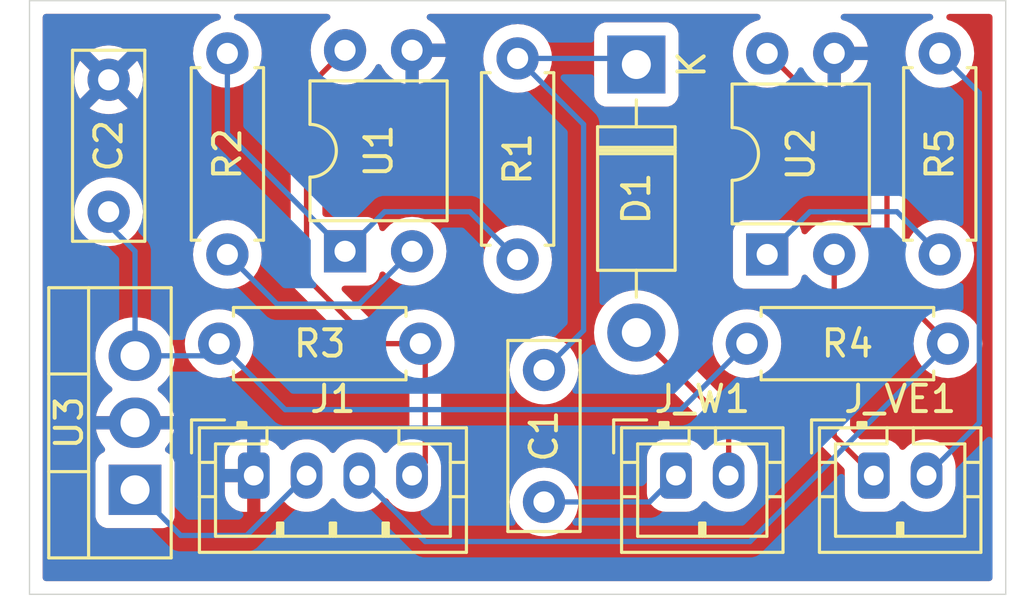
<source format=kicad_pcb>
(kicad_pcb (version 20240108) (generator "pcbnew") (generator_version "8.0")
  (layers (0 "F.Cu" signal) (31 "B.Cu" signal) (34 "B.Paste" user) (35 "F.Paste" user) (36 "B.SilkS" user "B.Silkscreen") (37 "F.SilkS" user "F.Silkscreen") (38 "B.Mask" user) (39 "F.Mask" user) (44 "Edge.Cuts" user))
  (net 0 "")
  (net 1 "Net-(D1-K)")
  (net 2 "Net-(J_W1-Pin_1)")
  (net 3 "Net-(D1-A)")
  (net 4 "GND")
  (net 5 "Net-(J1-Pin_3)")
  (net 6 "+3.3V")
  (net 7 "Net-(J1-Pin_4)")
  (net 8 "Net-(J_VE1-Pin_1)")
  (net 9 "Net-(J_VE1-Pin_2)")
  (net 10 "Net-(R1-Pad1)")
  (net 11 "Net-(R2-Pad2)")
  (net 12 "Net-(R5-Pad1)")
  (net 13 "Net-(J1-Pin_2)")
  (footprint "Connector_JST:JST_PH_B2B-PH-K_1x02_P2.00mm_Vertical" (layer "F.Cu") (at 69 65)
    (property "Reference" "J_W1" (at 1 -2.9 0) (layer "F.SilkS"))
    (property "Value" "Engine RPM")
    (fp_line (start -2.36 -2.11) (end -2.36 -0.86) (stroke (width 0.12)) (layer "F.SilkS"))
    (fp_line (start -2.06 -1.81) (end -2.06 2.91) (stroke (width 0.12)) (layer "F.SilkS"))
    (fp_line (start -2.06 -0.5) (end -1.45 -0.5) (stroke (width 0.12)) (layer "F.SilkS"))
    (fp_line (start -2.06 0.8) (end -1.45 0.8) (stroke (width 0.12)) (layer "F.SilkS"))
    (fp_line (start -2.06 2.91) (end 4.06 2.91) (stroke (width 0.12)) (layer "F.SilkS"))
    (fp_line (start -1.45 -1.2) (end -1.45 2.3) (stroke (width 0.12)) (layer "F.SilkS"))
    (fp_line (start -1.45 2.3) (end 3.45 2.3) (stroke (width 0.12)) (layer "F.SilkS"))
    (fp_line (start -1.11 -2.11) (end -2.36 -2.11) (stroke (width 0.12)) (layer "F.SilkS"))
    (fp_line (start -0.6 -2.01) (end -0.6 -1.81) (stroke (width 0.12)) (layer "F.SilkS"))
    (fp_line (start -0.3 -2.01) (end -0.6 -2.01) (stroke (width 0.12)) (layer "F.SilkS"))
    (fp_line (start -0.3 -1.91) (end -0.6 -1.91) (stroke (width 0.12)) (layer "F.SilkS"))
    (fp_line (start -0.3 -1.81) (end -0.3 -2.01) (stroke (width 0.12)) (layer "F.SilkS"))
    (fp_line (start 0.5 -1.81) (end 0.5 -1.2) (stroke (width 0.12)) (layer "F.SilkS"))
    (fp_line (start 0.5 -1.2) (end -1.45 -1.2) (stroke (width 0.12)) (layer "F.SilkS"))
    (fp_line (start 0.9 1.8) (end 1.1 1.8) (stroke (width 0.12)) (layer "F.SilkS"))
    (fp_line (start 0.9 2.3) (end 0.9 1.8) (stroke (width 0.12)) (layer "F.SilkS"))
    (fp_line (start 1 2.3) (end 1 1.8) (stroke (width 0.12)) (layer "F.SilkS"))
    (fp_line (start 1.1 1.8) (end 1.1 2.3) (stroke (width 0.12)) (layer "F.SilkS"))
    (fp_line (start 1.5 -1.2) (end 1.5 -1.81) (stroke (width 0.12)) (layer "F.SilkS"))
    (fp_line (start 3.45 -1.2) (end 1.5 -1.2) (stroke (width 0.12)) (layer "F.SilkS"))
    (fp_line (start 3.45 2.3) (end 3.45 -1.2) (stroke (width 0.12)) (layer "F.SilkS"))
    (fp_line (start 4.06 -1.81) (end -2.06 -1.81) (stroke (width 0.12)) (layer "F.SilkS"))
    (fp_line (start 4.06 -0.5) (end 3.45 -0.5) (stroke (width 0.12)) (layer "F.SilkS"))
    (fp_line (start 4.06 0.8) (end 3.45 0.8) (stroke (width 0.12)) (layer "F.SilkS"))
    (fp_line (start 4.06 2.91) (end 4.06 -1.81) (stroke (width 0.12)) (layer "F.SilkS"))
    (pad "1" thru_hole roundrect (at 0 0) (size 1.2 1.75) (drill 0.75) (layers "*.Cu" "*.Mask") (roundrect_rratio 0.208333) (net 2 "Net-(J_W1-Pin_1)"))
    (pad "2" thru_hole oval (at 2 0) (size 1.2 1.75) (drill 0.75) (layers "*.Cu" "*.Mask") (net 3 "Net-(D1-A)"))
  )
  (footprint "Capacitor_THT:C_Disc_D7.0mm_W2.5mm_P5.00mm" (layer "F.Cu") (at 47.5 55 90)
    (property "Reference" "C2" (at 2.5 0 90) (layer "F.SilkS"))
    (property "Value" "10 uF")
    (fp_line (start 6.12 -1.37) (end 6.12 1.37) (stroke (width 0.12)) (layer "F.SilkS"))
    (fp_line (start -1.12 -1.37) (end 6.12 -1.37) (stroke (width 0.12)) (layer "F.SilkS"))
    (fp_line (start -1.12 -1.37) (end -1.12 1.37) (stroke (width 0.12)) (layer "F.SilkS"))
    (fp_line (start -1.12 1.37) (end 6.12 1.37) (stroke (width 0.12)) (layer "F.SilkS"))
    (pad "1" thru_hole circle (at 0 0 90) (size 1.6 1.6) (drill 0.8) (layers "*.Cu" "*.Mask") (net 6 "+3.3V"))
    (pad "2" thru_hole circle (at 5 0 90) (size 1.6 1.6) (drill 0.8) (layers "*.Cu" "*.Mask") (net 4 "GND"))
  )
  (footprint "Resistor_THT:R_Axial_DIN0207_L6.3mm_D2.5mm_P7.62mm_Horizontal" (layer "F.Cu") (at 63 56.81 90)
    (property "Reference" "R1" (at 3.81 0 90) (layer "F.SilkS"))
    (property "Value" "10K")
    (fp_line (start 7.08 -1.37) (end 7.08 -1.04) (stroke (width 0.12)) (layer "F.SilkS"))
    (fp_line (start 0.54 -1.37) (end 7.08 -1.37) (stroke (width 0.12)) (layer "F.SilkS"))
    (fp_line (start 0.54 -1.04) (end 0.54 -1.37) (stroke (width 0.12)) (layer "F.SilkS"))
    (fp_line (start 0.54 1.04) (end 0.54 1.37) (stroke (width 0.12)) (layer "F.SilkS"))
    (fp_line (start 7.08 1.37) (end 7.08 1.04) (stroke (width 0.12)) (layer "F.SilkS"))
    (fp_line (start 0.54 1.37) (end 7.08 1.37) (stroke (width 0.12)) (layer "F.SilkS"))
    (pad "1" thru_hole circle (at 0 0 90) (size 1.6 1.6) (drill 0.8) (layers "*.Cu" "*.Mask") (net 10 "Net-(R1-Pad1)"))
    (pad "2" thru_hole oval (at 7.62 0 90) (size 1.6 1.6) (drill 0.8) (layers "*.Cu" "*.Mask") (net 1 "Net-(D1-K)"))
  )
  (footprint "Connector_JST:JST_PH_B4B-PH-K_1x04_P2.00mm_Vertical" (layer "F.Cu") (at 53 65)
    (property "Reference" "J1" (at 3 -2.9 0) (layer "F.SilkS"))
    (property "Value" "Conn_01x04")
    (fp_line (start -2.36 -2.11) (end -2.36 -0.86) (stroke (width 0.12)) (layer "F.SilkS"))
    (fp_line (start -2.06 -1.81) (end -2.06 2.91) (stroke (width 0.12)) (layer "F.SilkS"))
    (fp_line (start -2.06 -0.5) (end -1.45 -0.5) (stroke (width 0.12)) (layer "F.SilkS"))
    (fp_line (start -2.06 0.8) (end -1.45 0.8) (stroke (width 0.12)) (layer "F.SilkS"))
    (fp_line (start -2.06 2.91) (end 8.06 2.91) (stroke (width 0.12)) (layer "F.SilkS"))
    (fp_line (start -1.45 -1.2) (end -1.45 2.3) (stroke (width 0.12)) (layer "F.SilkS"))
    (fp_line (start -1.45 2.3) (end 7.45 2.3) (stroke (width 0.12)) (layer "F.SilkS"))
    (fp_line (start -1.11 -2.11) (end -2.36 -2.11) (stroke (width 0.12)) (layer "F.SilkS"))
    (fp_line (start -0.6 -2.01) (end -0.6 -1.81) (stroke (width 0.12)) (layer "F.SilkS"))
    (fp_line (start -0.3 -2.01) (end -0.6 -2.01) (stroke (width 0.12)) (layer "F.SilkS"))
    (fp_line (start -0.3 -1.91) (end -0.6 -1.91) (stroke (width 0.12)) (layer "F.SilkS"))
    (fp_line (start -0.3 -1.81) (end -0.3 -2.01) (stroke (width 0.12)) (layer "F.SilkS"))
    (fp_line (start 0.5 -1.81) (end 0.5 -1.2) (stroke (width 0.12)) (layer "F.SilkS"))
    (fp_line (start 0.5 -1.2) (end -1.45 -1.2) (stroke (width 0.12)) (layer "F.SilkS"))
    (fp_line (start 0.9 1.8) (end 1.1 1.8) (stroke (width 0.12)) (layer "F.SilkS"))
    (fp_line (start 0.9 2.3) (end 0.9 1.8) (stroke (width 0.12)) (layer "F.SilkS"))
    (fp_line (start 1 2.3) (end 1 1.8) (stroke (width 0.12)) (layer "F.SilkS"))
    (fp_line (start 1.1 1.8) (end 1.1 2.3) (stroke (width 0.12)) (layer "F.SilkS"))
    (fp_line (start 2.9 1.8) (end 3.1 1.8) (stroke (width 0.12)) (layer "F.SilkS"))
    (fp_line (start 2.9 2.3) (end 2.9 1.8) (stroke (width 0.12)) (layer "F.SilkS"))
    (fp_line (start 3 2.3) (end 3 1.8) (stroke (width 0.12)) (layer "F.SilkS"))
    (fp_line (start 3.1 1.8) (end 3.1 2.3) (stroke (width 0.12)) (layer "F.SilkS"))
    (fp_line (start 4.9 1.8) (end 5.1 1.8) (stroke (width 0.12)) (layer "F.SilkS"))
    (fp_line (start 4.9 2.3) (end 4.9 1.8) (stroke (width 0.12)) (layer "F.SilkS"))
    (fp_line (start 5 2.3) (end 5 1.8) (stroke (width 0.12)) (layer "F.SilkS"))
    (fp_line (start 5.1 1.8) (end 5.1 2.3) (stroke (width 0.12)) (layer "F.SilkS"))
    (fp_line (start 5.5 -1.2) (end 5.5 -1.81) (stroke (width 0.12)) (layer "F.SilkS"))
    (fp_line (start 7.45 -1.2) (end 5.5 -1.2) (stroke (width 0.12)) (layer "F.SilkS"))
    (fp_line (start 7.45 2.3) (end 7.45 -1.2) (stroke (width 0.12)) (layer "F.SilkS"))
    (fp_line (start 8.06 -1.81) (end -2.06 -1.81) (stroke (width 0.12)) (layer "F.SilkS"))
    (fp_line (start 8.06 -0.5) (end 7.45 -0.5) (stroke (width 0.12)) (layer "F.SilkS"))
    (fp_line (start 8.06 0.8) (end 7.45 0.8) (stroke (width 0.12)) (layer "F.SilkS"))
    (fp_line (start 8.06 2.91) (end 8.06 -1.81) (stroke (width 0.12)) (layer "F.SilkS"))
    (pad "1" thru_hole roundrect (at 0 0) (size 1.2 1.75) (drill 0.75) (layers "*.Cu" "*.Mask") (roundrect_rratio 0.208333) (net 4 "GND"))
    (pad "2" thru_hole oval (at 2 0) (size 1.2 1.75) (drill 0.75) (layers "*.Cu" "*.Mask") (net 13 "Net-(J1-Pin_2)"))
    (pad "3" thru_hole oval (at 4 0) (size 1.2 1.75) (drill 0.75) (layers "*.Cu" "*.Mask") (net 5 "Net-(J1-Pin_3)"))
    (pad "4" thru_hole oval (at 6 0) (size 1.2 1.75) (drill 0.75) (layers "*.Cu" "*.Mask") (net 7 "Net-(J1-Pin_4)"))
  )
  (footprint "Connector_JST:JST_PH_B2B-PH-K_1x02_P2.00mm_Vertical" (layer "F.Cu") (at 76.5 65)
    (property "Reference" "J_VE1" (at 1 -2.9 0) (layer "F.SilkS"))
    (property "Value" "VE.Direct")
    (fp_line (start -2.36 -2.11) (end -2.36 -0.86) (stroke (width 0.12)) (layer "F.SilkS"))
    (fp_line (start -2.06 -1.81) (end -2.06 2.91) (stroke (width 0.12)) (layer "F.SilkS"))
    (fp_line (start -2.06 -0.5) (end -1.45 -0.5) (stroke (width 0.12)) (layer "F.SilkS"))
    (fp_line (start -2.06 0.8) (end -1.45 0.8) (stroke (width 0.12)) (layer "F.SilkS"))
    (fp_line (start -2.06 2.91) (end 4.06 2.91) (stroke (width 0.12)) (layer "F.SilkS"))
    (fp_line (start -1.45 -1.2) (end -1.45 2.3) (stroke (width 0.12)) (layer "F.SilkS"))
    (fp_line (start -1.45 2.3) (end 3.45 2.3) (stroke (width 0.12)) (layer "F.SilkS"))
    (fp_line (start -1.11 -2.11) (end -2.36 -2.11) (stroke (width 0.12)) (layer "F.SilkS"))
    (fp_line (start -0.6 -2.01) (end -0.6 -1.81) (stroke (width 0.12)) (layer "F.SilkS"))
    (fp_line (start -0.3 -2.01) (end -0.6 -2.01) (stroke (width 0.12)) (layer "F.SilkS"))
    (fp_line (start -0.3 -1.91) (end -0.6 -1.91) (stroke (width 0.12)) (layer "F.SilkS"))
    (fp_line (start -0.3 -1.81) (end -0.3 -2.01) (stroke (width 0.12)) (layer "F.SilkS"))
    (fp_line (start 0.5 -1.81) (end 0.5 -1.2) (stroke (width 0.12)) (layer "F.SilkS"))
    (fp_line (start 0.5 -1.2) (end -1.45 -1.2) (stroke (width 0.12)) (layer "F.SilkS"))
    (fp_line (start 0.9 1.8) (end 1.1 1.8) (stroke (width 0.12)) (layer "F.SilkS"))
    (fp_line (start 0.9 2.3) (end 0.9 1.8) (stroke (width 0.12)) (layer "F.SilkS"))
    (fp_line (start 1 2.3) (end 1 1.8) (stroke (width 0.12)) (layer "F.SilkS"))
    (fp_line (start 1.1 1.8) (end 1.1 2.3) (stroke (width 0.12)) (layer "F.SilkS"))
    (fp_line (start 1.5 -1.2) (end 1.5 -1.81) (stroke (width 0.12)) (layer "F.SilkS"))
    (fp_line (start 3.45 -1.2) (end 1.5 -1.2) (stroke (width 0.12)) (layer "F.SilkS"))
    (fp_line (start 3.45 2.3) (end 3.45 -1.2) (stroke (width 0.12)) (layer "F.SilkS"))
    (fp_line (start 4.06 -1.81) (end -2.06 -1.81) (stroke (width 0.12)) (layer "F.SilkS"))
    (fp_line (start 4.06 -0.5) (end 3.45 -0.5) (stroke (width 0.12)) (layer "F.SilkS"))
    (fp_line (start 4.06 0.8) (end 3.45 0.8) (stroke (width 0.12)) (layer "F.SilkS"))
    (fp_line (start 4.06 2.91) (end 4.06 -1.81) (stroke (width 0.12)) (layer "F.SilkS"))
    (pad "1" thru_hole roundrect (at 0 0) (size 1.2 1.75) (drill 0.75) (layers "*.Cu" "*.Mask") (roundrect_rratio 0.208333) (net 8 "Net-(J_VE1-Pin_1)"))
    (pad "2" thru_hole oval (at 2 0) (size 1.2 1.75) (drill 0.75) (layers "*.Cu" "*.Mask") (net 9 "Net-(J_VE1-Pin_2)"))
  )
  (footprint "Resistor_THT:R_Axial_DIN0207_L6.3mm_D2.5mm_P7.62mm_Horizontal" (layer "F.Cu") (at 79 56.62 90)
    (property "Reference" "R5" (at 3.81 0 90) (layer "F.SilkS"))
    (property "Value" "180Ω")
    (fp_line (start 7.08 -1.37) (end 7.08 -1.04) (stroke (width 0.12)) (layer "F.SilkS"))
    (fp_line (start 0.54 -1.37) (end 7.08 -1.37) (stroke (width 0.12)) (layer "F.SilkS"))
    (fp_line (start 0.54 -1.04) (end 0.54 -1.37) (stroke (width 0.12)) (layer "F.SilkS"))
    (fp_line (start 0.54 1.04) (end 0.54 1.37) (stroke (width 0.12)) (layer "F.SilkS"))
    (fp_line (start 7.08 1.37) (end 7.08 1.04) (stroke (width 0.12)) (layer "F.SilkS"))
    (fp_line (start 0.54 1.37) (end 7.08 1.37) (stroke (width 0.12)) (layer "F.SilkS"))
    (pad "1" thru_hole circle (at 0 0 90) (size 1.6 1.6) (drill 0.8) (layers "*.Cu" "*.Mask") (net 12 "Net-(R5-Pad1)"))
    (pad "2" thru_hole oval (at 7.62 0 90) (size 1.6 1.6) (drill 0.8) (layers "*.Cu" "*.Mask") (net 9 "Net-(J_VE1-Pin_2)"))
  )
  (footprint "Capacitor_THT:C_Disc_D7.0mm_W2.5mm_P5.00mm" (layer "F.Cu") (at 64 66 90)
    (property "Reference" "C1" (at 2.5 0 90) (layer "F.SilkS"))
    (property "Value" "10 nF")
    (fp_line (start 6.12 -1.37) (end 6.12 1.37) (stroke (width 0.12)) (layer "F.SilkS"))
    (fp_line (start -1.12 -1.37) (end 6.12 -1.37) (stroke (width 0.12)) (layer "F.SilkS"))
    (fp_line (start -1.12 -1.37) (end -1.12 1.37) (stroke (width 0.12)) (layer "F.SilkS"))
    (fp_line (start -1.12 1.37) (end 6.12 1.37) (stroke (width 0.12)) (layer "F.SilkS"))
    (pad "1" thru_hole circle (at 0 0 90) (size 1.6 1.6) (drill 0.8) (layers "*.Cu" "*.Mask") (net 2 "Net-(J_W1-Pin_1)"))
    (pad "2" thru_hole circle (at 5 0 90) (size 1.6 1.6) (drill 0.8) (layers "*.Cu" "*.Mask") (net 1 "Net-(D1-K)"))
  )
  (footprint "Resistor_THT:R_Axial_DIN0207_L6.3mm_D2.5mm_P7.62mm_Horizontal" (layer "F.Cu") (at 51.69 60)
    (property "Reference" "R3" (at 3.81 0 0) (layer "F.SilkS"))
    (property "Value" "2.2K")
    (fp_line (start 0.54 -1.37) (end 7.08 -1.37) (stroke (width 0.12)) (layer "F.SilkS"))
    (fp_line (start 0.54 -1.04) (end 0.54 -1.37) (stroke (width 0.12)) (layer "F.SilkS"))
    (fp_line (start 0.54 1.04) (end 0.54 1.37) (stroke (width 0.12)) (layer "F.SilkS"))
    (fp_line (start 0.54 1.37) (end 7.08 1.37) (stroke (width 0.12)) (layer "F.SilkS"))
    (fp_line (start 7.08 -1.37) (end 7.08 -1.04) (stroke (width 0.12)) (layer "F.SilkS"))
    (fp_line (start 7.08 1.37) (end 7.08 1.04) (stroke (width 0.12)) (layer "F.SilkS"))
    (pad "1" thru_hole circle (at 0 0) (size 1.6 1.6) (drill 0.8) (layers "*.Cu" "*.Mask") (net 6 "+3.3V"))
    (pad "2" thru_hole oval (at 7.62 0) (size 1.6 1.6) (drill 0.8) (layers "*.Cu" "*.Mask") (net 7 "Net-(J1-Pin_4)"))
  )
  (footprint "Resistor_THT:R_Axial_DIN0207_L6.3mm_D2.5mm_P7.62mm_Horizontal" (layer "F.Cu") (at 71.69 60)
    (property "Reference" "R4" (at 3.81 0 360) (layer "F.SilkS"))
    (property "Value" "2.2KΩ")
    (fp_line (start 0.54 -1.37) (end 7.08 -1.37) (stroke (width 0.12)) (layer "F.SilkS"))
    (fp_line (start 0.54 -1.04) (end 0.54 -1.37) (stroke (width 0.12)) (layer "F.SilkS"))
    (fp_line (start 0.54 1.04) (end 0.54 1.37) (stroke (width 0.12)) (layer "F.SilkS"))
    (fp_line (start 0.54 1.37) (end 7.08 1.37) (stroke (width 0.12)) (layer "F.SilkS"))
    (fp_line (start 7.08 -1.37) (end 7.08 -1.04) (stroke (width 0.12)) (layer "F.SilkS"))
    (fp_line (start 7.08 1.37) (end 7.08 1.04) (stroke (width 0.12)) (layer "F.SilkS"))
    (pad "1" thru_hole circle (at 0 0) (size 1.6 1.6) (drill 0.8) (layers "*.Cu" "*.Mask") (net 6 "+3.3V"))
    (pad "2" thru_hole oval (at 7.62 0) (size 1.6 1.6) (drill 0.8) (layers "*.Cu" "*.Mask") (net 5 "Net-(J1-Pin_3)"))
  )
  (footprint "Diode_THT:D_DO-41_SOD81_P10.16mm_Horizontal" (layer "F.Cu") (at 67.5 49.42 -90)
    (property "Reference" "D1" (at 5.08 0 90) (layer "F.SilkS"))
    (property "Value" "1N4001")
    (fp_line (start 2.36 1.47) (end 7.8 1.47) (stroke (width 0.12)) (layer "F.SilkS"))
    (fp_line (start 7.8 1.47) (end 7.8 -1.47) (stroke (width 0.12)) (layer "F.SilkS"))
    (fp_line (start 1.34 0) (end 2.36 0) (stroke (width 0.12)) (layer "F.SilkS"))
    (fp_line (start 8.82 0) (end 7.8 0) (stroke (width 0.12)) (layer "F.SilkS"))
    (fp_line (start 2.36 -1.47) (end 2.36 1.47) (stroke (width 0.12)) (layer "F.SilkS"))
    (fp_line (start 3.14 -1.47) (end 3.14 1.47) (stroke (width 0.12)) (layer "F.SilkS"))
    (fp_line (start 3.26 -1.47) (end 3.26 1.47) (stroke (width 0.12)) (layer "F.SilkS"))
    (fp_line (start 3.38 -1.47) (end 3.38 1.47) (stroke (width 0.12)) (layer "F.SilkS"))
    (fp_line (start 7.8 -1.47) (end 2.36 -1.47) (stroke (width 0.12)) (layer "F.SilkS"))
    (fp_text user "K" (at 0 -2.1 90) (layer "F.SilkS"))
    (pad "1" thru_hole rect (at 0 0 270) (size 2.2 2.2) (drill 1.1) (layers "*.Cu" "*.Mask") (net 1 "Net-(D1-K)"))
    (pad "2" thru_hole oval (at 10.16 0 270) (size 2.2 2.2) (drill 1.1) (layers "*.Cu" "*.Mask") (net 3 "Net-(D1-A)"))
  )
  (footprint "Resistor_THT:R_Axial_DIN0207_L6.3mm_D2.5mm_P7.62mm_Horizontal" (layer "F.Cu") (at 52 49 -90)
    (property "Reference" "R2" (at 3.81 0 90) (layer "F.SilkS"))
    (property "Value" "4.7K")
    (fp_line (start 0.54 1.37) (end 7.08 1.37) (stroke (width 0.12)) (layer "F.SilkS"))
    (fp_line (start 7.08 1.37) (end 7.08 1.04) (stroke (width 0.12)) (layer "F.SilkS"))
    (fp_line (start 0.54 1.04) (end 0.54 1.37) (stroke (width 0.12)) (layer "F.SilkS"))
    (fp_line (start 0.54 -1.04) (end 0.54 -1.37) (stroke (width 0.12)) (layer "F.SilkS"))
    (fp_line (start 0.54 -1.37) (end 7.08 -1.37) (stroke (width 0.12)) (layer "F.SilkS"))
    (fp_line (start 7.08 -1.37) (end 7.08 -1.04) (stroke (width 0.12)) (layer "F.SilkS"))
    (pad "1" thru_hole circle (at 0 0 270) (size 1.6 1.6) (drill 0.8) (layers "*.Cu" "*.Mask") (net 10 "Net-(R1-Pad1)"))
    (pad "2" thru_hole oval (at 7.62 0 270) (size 1.6 1.6) (drill 0.8) (layers "*.Cu" "*.Mask") (net 11 "Net-(R2-Pad2)"))
  )
  (footprint "Package_DIP:DIP-4_W7.62mm" (layer "F.Cu") (at 56.46 56.5 90)
    (property "Reference" "U1" (at 3.8 1.275 90) (layer "F.SilkS"))
    (property "Value" "PC817")
    (fp_line (start 6.46 -1.33) (end 4.81 -1.33) (stroke (width 0.12)) (layer "F.SilkS"))
    (fp_line (start 2.81 -1.33) (end 1.16 -1.33) (stroke (width 0.12)) (layer "F.SilkS"))
    (fp_line (start 1.16 -1.33) (end 1.16 3.87) (stroke (width 0.12)) (layer "F.SilkS"))
    (fp_line (start 6.46 3.87) (end 6.46 -1.33) (stroke (width 0.12)) (layer "F.SilkS"))
    (fp_line (start 1.16 3.87) (end 6.46 3.87) (stroke (width 0.12)) (layer "F.SilkS"))
    (fp_arc (start 4.81 -1.33) (mid 3.81 -0.33) (end 2.81 -1.33) (stroke (width 0.12)) (layer "F.SilkS"))
    (pad "1" thru_hole rect (at 0 0 90) (size 1.6 1.6) (drill 0.8) (layers "*.Cu" "*.Mask") (net 10 "Net-(R1-Pad1)"))
    (pad "2" thru_hole oval (at 0 2.54 90) (size 1.6 1.6) (drill 0.8) (layers "*.Cu" "*.Mask") (net 11 "Net-(R2-Pad2)"))
    (pad "3" thru_hole oval (at 7.62 2.54 90) (size 1.6 1.6) (drill 0.8) (layers "*.Cu" "*.Mask") (net 4 "GND"))
    (pad "4" thru_hole oval (at 7.62 0 90) (size 1.6 1.6) (drill 0.8) (layers "*.Cu" "*.Mask") (net 7 "Net-(J1-Pin_4)"))
  )
  (footprint "Package_DIP:DIP-4_W7.62mm" (layer "F.Cu") (at 72.46 56.62 90)
    (property "Reference" "U2" (at 3.8 1.275 90) (layer "F.SilkS"))
    (property "Value" "PC817")
    (fp_line (start 6.46 -1.33) (end 4.81 -1.33) (stroke (width 0.12)) (layer "F.SilkS"))
    (fp_line (start 2.81 -1.33) (end 1.16 -1.33) (stroke (width 0.12)) (layer "F.SilkS"))
    (fp_line (start 1.16 -1.33) (end 1.16 3.87) (stroke (width 0.12)) (layer "F.SilkS"))
    (fp_line (start 6.46 3.87) (end 6.46 -1.33) (stroke (width 0.12)) (layer "F.SilkS"))
    (fp_line (start 1.16 3.87) (end 6.46 3.87) (stroke (width 0.12)) (layer "F.SilkS"))
    (fp_arc (start 4.81 -1.33) (mid 3.81 -0.33) (end 2.81 -1.33) (stroke (width 0.12)) (layer "F.SilkS"))
    (pad "1" thru_hole rect (at 0 0 90) (size 1.6 1.6) (drill 0.8) (layers "*.Cu" "*.Mask") (net 12 "Net-(R5-Pad1)"))
    (pad "2" thru_hole oval (at 0 2.54 90) (size 1.6 1.6) (drill 0.8) (layers "*.Cu" "*.Mask") (net 8 "Net-(J_VE1-Pin_1)"))
    (pad "3" thru_hole oval (at 7.62 2.54 90) (size 1.6 1.6) (drill 0.8) (layers "*.Cu" "*.Mask") (net 4 "GND"))
    (pad "4" thru_hole oval (at 7.62 0 90) (size 1.6 1.6) (drill 0.8) (layers "*.Cu" "*.Mask") (net 5 "Net-(J1-Pin_3)"))
  )
  (footprint "Package_TO_SOT_THT:TO-220-3_Vertical" (layer "F.Cu") (at 48.5 65.54 90)
    (property "Reference" "U3" (at 2.54 -2.5 90) (layer "F.SilkS"))
    (property "Value" "LM7805_TO220")
    (fp_line (start 7.66 -3.27) (end 7.66 1.371) (stroke (width 0.12)) (layer "F.SilkS"))
    (fp_line (start 4.391 -3.27) (end 4.391 -1.76) (stroke (width 0.12)) (layer "F.SilkS"))
    (fp_line (start 0.69 -3.27) (end 0.69 -1.76) (stroke (width 0.12)) (layer "F.SilkS"))
    (fp_line (start -2.58 -3.27) (end 7.66 -3.27) (stroke (width 0.12)) (layer "F.SilkS"))
    (fp_line (start -2.58 -3.27) (end -2.58 1.371) (stroke (width 0.12)) (layer "F.SilkS"))
    (fp_line (start -2.58 -1.76) (end 7.66 -1.76) (stroke (width 0.12)) (layer "F.SilkS"))
    (fp_line (start -2.58 1.371) (end 7.66 1.371) (stroke (width 0.12)) (layer "F.SilkS"))
    (pad "1" thru_hole rect (at 0 0 90) (size 1.905 2) (drill 1.1) (layers "*.Cu" "*.Mask") (net 13 "Net-(J1-Pin_2)"))
    (pad "2" thru_hole oval (at 2.54 0 90) (size 1.905 2) (drill 1.1) (layers "*.Cu" "*.Mask") (net 4 "GND"))
    (pad "3" thru_hole oval (at 5.08 0 90) (size 1.905 2) (drill 1.1) (layers "*.Cu" "*.Mask") (net 6 "+3.3V"))
  )
  (gr_line (start 44.5 69.5) (end 44.5 47) (stroke (width 0.05)) (layer "Edge.Cuts"))
  (gr_line (start 81.5 69.5) (end 44.5 69.5) (stroke (width 0.05)) (layer "Edge.Cuts"))
  (gr_line (start 81.5 47) (end 81.5 69.5) (stroke (width 0.05)) (layer "Edge.Cuts"))
  (gr_line (start 44.5 47) (end 81.5 47) (stroke (width 0.05)) (layer "Edge.Cuts"))
  (segment (start 63 49.19) (end 67.27 49.19) (width 0.2) (layer "B.Cu") (net 1))
  (segment (start 65.5 51.69) (end 65.5 59.5) (width 0.2) (layer "B.Cu") (net 1))
  (segment (start 67.27 49.19) (end 67.5 49.42) (width 0.2) (layer "B.Cu") (net 1))
  (segment (start 63 49.19) (end 65.5 51.69) (width 0.2) (layer "B.Cu") (net 1))
  (segment (start 65.5 59.5) (end 64 61) (width 0.2) (layer "B.Cu") (net 1))
  (segment (start 64 66) (end 68 66) (width 0.2) (layer "B.Cu") (net 2))
  (segment (start 68 66) (end 69 65) (width 0.2) (layer "B.Cu") (net 2))
  (segment (start 71 65) (end 71 63.08) (width 0.2) (layer "F.Cu") (net 3))
  (segment (start 71 63.08) (end 67.5 59.58) (width 0.2) (layer "F.Cu") (net 3))
  (segment (start 77 57.69) (end 77 53.5) (width 0.2) (layer "F.Cu") (net 5))
  (segment (start 72.5 49) (end 72.46 49) (width 0.2) (layer "F.Cu") (net 5))
  (segment (start 77 53.5) (end 72.5 49) (width 0.2) (layer "F.Cu") (net 5))
  (segment (start 79.31 60) (end 77 57.69) (width 0.2) (layer "F.Cu") (net 5))
  (segment (start 59.5 67.5) (end 71.81 67.5) (width 0.2) (layer "B.Cu") (net 5))
  (segment (start 57 65) (end 59.5 67.5) (width 0.2) (layer "B.Cu") (net 5))
  (segment (start 71.81 67.5) (end 79.31 60) (width 0.2) (layer "B.Cu") (net 5))
  (segment (start 51.69 60) (end 54.19 62.5) (width 0.2) (layer "B.Cu") (net 6))
  (segment (start 48.5 60.46) (end 51.23 60.46) (width 0.2) (layer "B.Cu") (net 6))
  (segment (start 47.5 55.5) (end 48.5 56.5) (width 0.2) (layer "B.Cu") (net 6))
  (segment (start 69.19 62.5) (end 71.69 60) (width 0.2) (layer "B.Cu") (net 6))
  (segment (start 51.23 60.46) (end 51.69 60) (width 0.2) (layer "B.Cu") (net 6))
  (segment (start 54.19 62.5) (end 69.19 62.5) (width 0.2) (layer "B.Cu") (net 6))
  (segment (start 48.5 56.5) (end 48.5 60.46) (width 0.2) (layer "B.Cu") (net 6))
  (segment (start 47.5 55) (end 47.5 55.5) (width 0.2) (layer "B.Cu") (net 6))
  (segment (start 59.5 60.19) (end 59.31 60) (width 0.2) (layer "F.Cu") (net 7))
  (segment (start 55 50.34) (end 56.46 48.88) (width 0.2) (layer "F.Cu") (net 7))
  (segment (start 59.5 64.5) (end 59.5 60.19) (width 0.2) (layer "F.Cu") (net 7))
  (segment (start 59.31 60) (end 57.5 60) (width 0.2) (layer "F.Cu") (net 7))
  (segment (start 55 57.5) (end 55 50.34) (width 0.2) (layer "F.Cu") (net 7))
  (segment (start 57.5 60) (end 55 57.5) (width 0.2) (layer "F.Cu") (net 7))
  (segment (start 59 65) (end 59.5 64.5) (width 0.2) (layer "F.Cu") (net 7))
  (segment (start 75 56.62) (end 75 63.5) (width 0.2) (layer "F.Cu") (net 8))
  (segment (start 75 63.5) (end 76.5 65) (width 0.2) (layer "F.Cu") (net 8))
  (segment (start 78.5 65) (end 80.5 63) (width 0.2) (layer "B.Cu") (net 9))
  (segment (start 80.5 50.5) (end 79 49) (width 0.2) (layer "B.Cu") (net 9))
  (segment (start 80.5 63) (end 80.5 50.5) (width 0.2) (layer "B.Cu") (net 9))
  (segment (start 61.19 55) (end 63 56.81) (width 0.2) (layer "B.Cu") (net 10))
  (segment (start 57.96 55) (end 61.19 55) (width 0.2) (layer "B.Cu") (net 10))
  (segment (start 52 49) (end 52 52.04) (width 0.2) (layer "B.Cu") (net 10))
  (segment (start 56.46 56.5) (end 57.96 55) (width 0.2) (layer "B.Cu") (net 10))
  (segment (start 52 52.04) (end 56.46 56.5) (width 0.2) (layer "B.Cu") (net 10))
  (segment (start 57 58.5) (end 59 56.5) (width 0.2) (layer "B.Cu") (net 11))
  (segment (start 53.88 58.5) (end 57 58.5) (width 0.2) (layer "B.Cu") (net 11))
  (segment (start 52 56.62) (end 53.88 58.5) (width 0.2) (layer "B.Cu") (net 11))
  (segment (start 77.38 55) (end 79 56.62) (width 0.2) (layer "B.Cu") (net 12))
  (segment (start 74.08 55) (end 77.38 55) (width 0.2) (layer "B.Cu") (net 12))
  (segment (start 72.46 56.62) (end 74.08 55) (width 0.2) (layer "B.Cu") (net 12))
  (segment (start 52.73 67.27) (end 55 65) (width 0.2) (layer "B.Cu") (net 13))
  (segment (start 50.23 67.27) (end 52.73 67.27) (width 0.2) (layer "B.Cu") (net 13))
  (segment (start 48.5 65.54) (end 50.23 67.27) (width 0.2) (layer "B.Cu") (net 13))
  (zone (net 4) (net_name "GND") (layers "F&B.Cu") (connect_pads (clearance 0.5)) (min_thickness 0.25) (fill yes (thermal_gap 0.5) (thermal_bridge_width 0.5))
    (polygon (pts (xy 44.9 47.5) (xy 44.9 69) (xy 81 69) (xy 81 47.5)))
  )
)
</source>
